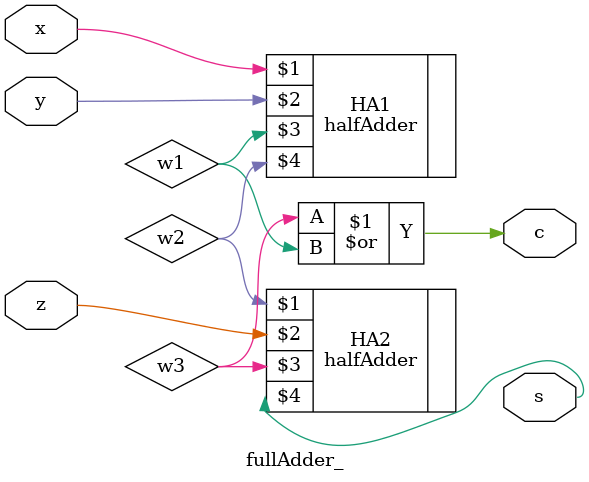
<source format=v>
`timescale 1ns / 1ps


module fullAdder_(s, c, x, y ,z);

output s, c;
input x,y,z;
wire w1, w2, w3;
wire c;
halfAdder HA1(x,y,w1,w2);
halfAdder HA2(w2,z,w3,s);
or #1 or1(c, w3, w1);

endmodule


</source>
